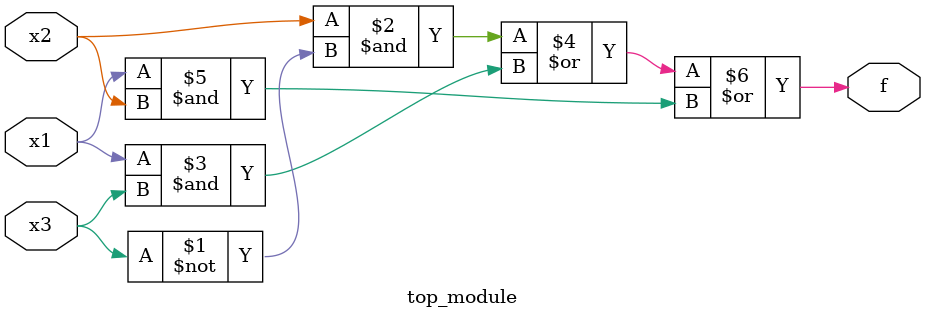
<source format=sv>
module top_module( 
    input x3,
    input x2,
    input x1,  // three inputs
    output f   // one output
);
assign f=x2&~x3|x1&x3|x1&x2;
endmodule

</source>
